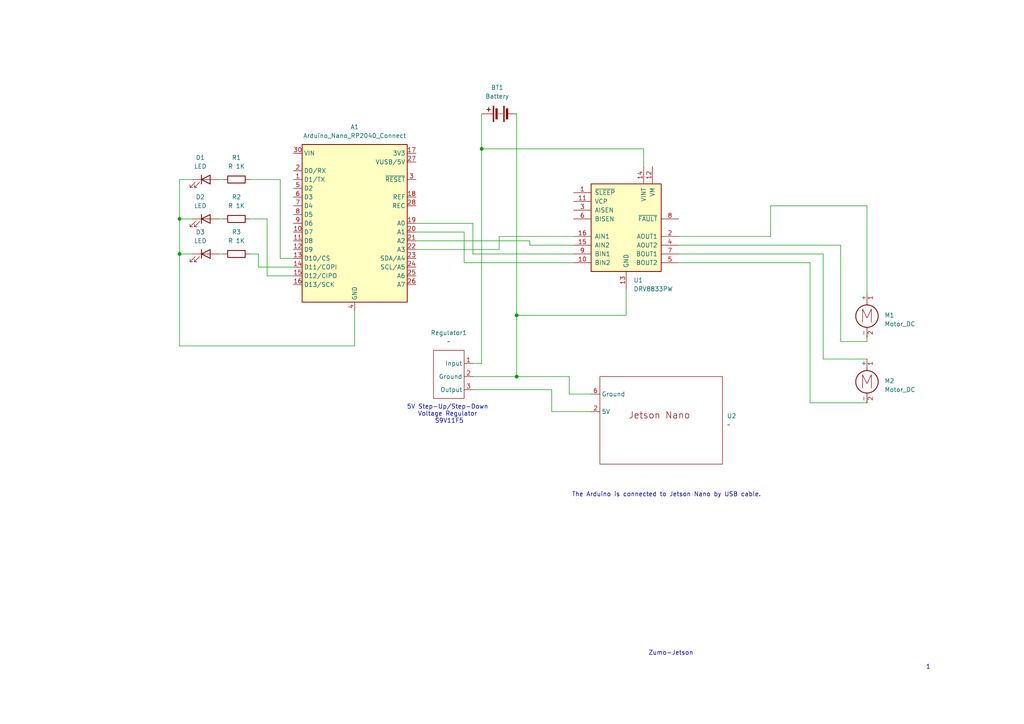
<source format=kicad_sch>
(kicad_sch (version 20250114) (generator "eeschema") (generator_version "9.0")
  (paper "A4")
  (lib_symbols
    (symbol "Device:Battery" (pin_numbers (hide yes)) (pin_names (offset 0) (hide yes))
      (property "Reference" "BT" (at 2.54 2.54 0))
      (property "Value" "Battery" (at 2.54 0 0))
      (symbol "Battery_0_1"
        (rectangle (start -2.286 1.778) (end 2.286 1.524) (fill (type outline)))
        (rectangle (start -2.286 -1.27) (end 2.286 -1.524) (fill (type outline)))
        (rectangle (start -1.524 1.016) (end 1.524 0.508) (fill (type outline)))
        (rectangle (start -1.524 -2.032) (end 1.524 -2.54) (fill (type outline)))
        (polyline (pts (xy 0 1.778) (xy 0 2.54)))
        (polyline (pts (xy 0 0) (xy 0 0.254)))
        (polyline (pts (xy 0 -0.508) (xy 0 -0.254)))
        (polyline (pts (xy 0 -1.016) (xy 0 -0.762)))
        (polyline (pts (xy 0.762 3.048) (xy 1.778 3.048)) (stroke (width 0.254)))
        (polyline (pts (xy 1.27 3.556) (xy 1.27 2.54)) (stroke (width 0.254)))
      )
      (symbol "Battery_1_1"
        (pin passive line (at 0 5.08 270) (length 2.54) (name "+") (number "1"))
        (pin passive line (at 0 -5.08 90) (length 2.54) (name "-") (number "2"))
      )
    )
    (symbol "Device:LED" (pin_numbers (hide yes)) (pin_names (offset 1.016) (hide yes))
      (property "Reference" "D" (at 0 2.54 0))
      (property "Value" "LED" (at 0 -2.54 0))
      (symbol "LED_0_1"
        (polyline (pts (xy -3.048 -0.762) (xy -4.572 -2.286) (xy -3.81 -2.286) (xy -4.572 -2.286) (xy -4.572 -1.524)))
        (polyline (pts (xy -1.778 -0.762) (xy -3.302 -2.286) (xy -2.54 -2.286) (xy -3.302 -2.286) (xy -3.302 -1.524)))
        (polyline (pts (xy -1.27 0) (xy 1.27 0)))
        (polyline (pts (xy -1.27 -1.27) (xy -1.27 1.27)) (stroke (width 0.254)))
        (polyline (pts (xy 1.27 -1.27) (xy 1.27 1.27) (xy -1.27 0) (xy 1.27 -1.27)) (stroke (width 0.254)))
      )
      (symbol "LED_1_1"
        (pin passive line (at -3.81 0 0) (length 2.54) (name "K") (number "1"))
        (pin passive line (at 3.81 0 180) (length 2.54) (name "A") (number "2"))
      )
    )
    (symbol "Device:R" (pin_numbers (hide yes)) (pin_names (offset 0))
      (property "Reference" "R" (at 2.032 0 90))
      (property "Value" "R" (at 0 0 90))
      (symbol "R_0_1"
        (rectangle (start -1.016 -2.54) (end 1.016 2.54) (stroke (width 0.254)))
      )
      (symbol "R_1_1"
        (pin passive line (at 0 3.81 270) (length 1.27) (name "~") (number "1"))
        (pin passive line (at 0 -3.81 90) (length 1.27) (name "~") (number "2"))
      )
    )
    (symbol "Driver_Motor:DRV8833PW" (pin_names (offset 1.016))
      (property "Reference" "U" (at -3.81 16.51 0))
      (property "Value" "DRV8833PW" (at -3.81 13.97 0))
      (symbol "DRV8833PW_0_1"
        (rectangle (start -10.16 12.7) (end 10.16 -12.7) (stroke (width 0.254)) (fill (type background)))
      )
      (symbol "DRV8833PW_1_1"
        (pin input line (at -15.24 10.16 0) (length 5.08) (name "~{SLEEP}") (number "1"))
        (pin bidirectional line (at -15.24 7.62 0) (length 5.08) (name "VCP") (number "11"))
        (pin bidirectional line (at -15.24 5.08 0) (length 5.08) (name "AISEN") (number "3"))
        (pin bidirectional line (at -15.24 2.54 0) (length 5.08) (name "BISEN") (number "6"))
        (pin input line (at -15.24 -2.54 0) (length 5.08) (name "AIN1") (number "16"))
        (pin input line (at -15.24 -5.08 0) (length 5.08) (name "AIN2") (number "15"))
        (pin input line (at -15.24 -7.62 0) (length 5.08) (name "BIN1") (number "9"))
        (pin input line (at -15.24 -10.16 0) (length 5.08) (name "BIN2") (number "10"))
        (pin power_in line (at 0 -17.78 90) (length 5.08) (name "GND") (number "13"))
        (pin power_in line (at 5.08 17.78 270) (length 5.08) (name "VINT") (number "14"))
        (pin power_in line (at 7.62 17.78 270) (length 5.08) (name "VM") (number "12"))
        (pin open_collector line (at 15.24 2.54 180) (length 5.08) (name "~{FAULT}") (number "8"))
        (pin power_out line (at 15.24 -2.54 180) (length 5.08) (name "AOUT1") (number "2"))
        (pin power_out line (at 15.24 -5.08 180) (length 5.08) (name "AOUT2") (number "4"))
        (pin power_out line (at 15.24 -7.62 180) (length 5.08) (name "BOUT1") (number "7"))
        (pin power_out line (at 15.24 -10.16 180) (length 5.08) (name "BOUT2") (number "5"))
      )
    )
    (symbol "MCU_Module:Arduino_Nano_RP2040_Connect"
      (property "Reference" "A" (at -14.986 23.622 0))
      (property "Value" "Arduino_Nano_RP2040_Connect" (at 3.81 -25.654 0))
      (symbol "Arduino_Nano_RP2040_Connect_0_1"
        (rectangle (start -15.24 22.86) (end 15.24 -22.86) (stroke (width 0.254)) (fill (type background)))
      )
      (symbol "Arduino_Nano_RP2040_Connect_1_1"
        (pin power_in line (at -17.78 20.32 0) (length 2.54) (name "VIN") (number "30"))
        (pin bidirectional line (at -17.78 15.24 0) (length 2.54) (name "D0/RX") (number "2"))
        (pin bidirectional line (at -17.78 12.7 0) (length 2.54) (name "D1/TX") (number "1"))
        (pin bidirectional line (at -17.78 10.16 0) (length 2.54) (name "D2") (number "5"))
        (pin bidirectional line (at -17.78 7.62 0) (length 2.54) (name "D3") (number "6"))
        (pin bidirectional line (at -17.78 5.08 0) (length 2.54) (name "D4") (number "7"))
        (pin bidirectional line (at -17.78 2.54 0) (length 2.54) (name "D5") (number "8"))
        (pin bidirectional line (at -17.78 0 0) (length 2.54) (name "D6") (number "9"))
        (pin bidirectional line (at -17.78 -2.54 0) (length 2.54) (name "D7") (number "10"))
        (pin bidirectional line (at -17.78 -5.08 0) (length 2.54) (name "D8") (number "11"))
        (pin bidirectional line (at -17.78 -7.62 0) (length 2.54) (name "D9") (number "12"))
        (pin bidirectional line (at -17.78 -10.16 0) (length 2.54) (name "D10/CS") (number "13"))
        (pin bidirectional line (at -17.78 -12.7 0) (length 2.54) (name "D11/COPI") (number "14"))
        (pin bidirectional line (at -17.78 -15.24 0) (length 2.54) (name "D12/CIPO") (number "15"))
        (pin bidirectional line (at -17.78 -17.78 0) (length 2.54) (name "D13/SCK") (number "16"))
        (pin passive line (at 0 -25.4 90) (length 2.54) (hide yes) (name "GND") (number "29"))
        (pin power_in line (at 0 -25.4 90) (length 2.54) (name "GND") (number "4"))
        (pin power_out line (at 17.78 20.32 180) (length 2.54) (name "3V3") (number "17"))
        (pin power_out line (at 17.78 17.78 180) (length 2.54) (name "VUSB/5V") (number "27"))
        (pin input line (at 17.78 12.7 180) (length 2.54) (name "~{RESET}") (number "3"))
        (pin passive line (at 17.78 7.62 180) (length 2.54) (name "REF") (number "18"))
        (pin input line (at 17.78 5.08 180) (length 2.54) (name "REC") (number "28"))
        (pin bidirectional line (at 17.78 0 180) (length 2.54) (name "A0") (number "19"))
        (pin bidirectional line (at 17.78 -2.54 180) (length 2.54) (name "A1") (number "20"))
        (pin bidirectional line (at 17.78 -5.08 180) (length 2.54) (name "A2") (number "21"))
        (pin bidirectional line (at 17.78 -7.62 180) (length 2.54) (name "A3") (number "22"))
        (pin bidirectional line (at 17.78 -10.16 180) (length 2.54) (name "SDA/A4") (number "23"))
        (pin bidirectional line (at 17.78 -12.7 180) (length 2.54) (name "SCL/A5") (number "24"))
        (pin bidirectional line (at 17.78 -15.24 180) (length 2.54) (name "A6") (number "25"))
        (pin bidirectional line (at 17.78 -17.78 180) (length 2.54) (name "A7") (number "26"))
      )
    )
    (symbol "Motor:Motor_DC" (pin_names (offset 0))
      (property "Reference" "M" (at 2.54 2.54 0))
      (property "Value" "Motor_DC" (at 2.54 -5.08 0))
      (symbol "Motor_DC_0_0"
        (polyline (pts (xy -1.27 -3.302) (xy -1.27 0.508) (xy 0 -2.032) (xy 1.27 0.508) (xy 1.27 -3.302)))
      )
      (symbol "Motor_DC_0_1"
        (polyline (pts (xy 0 2.032) (xy 0 2.54)))
        (polyline (pts (xy 0 1.7272) (xy 0 2.0828)))
        (circle (center 0 -1.524) (radius 3.2512) (stroke (width 0.254)))
        (polyline (pts (xy 0 -4.7752) (xy 0 -5.1816)))
        (polyline (pts (xy 0 -7.62) (xy 0 -7.112)))
      )
      (symbol "Motor_DC_1_1"
        (pin passive line (at 0 5.08 270) (length 2.54) (name "+") (number "1"))
        (pin passive line (at 0 -7.62 90) (length 2.54) (name "-") (number "2"))
      )
    )
    (symbol "New_Library:Jetson_Nano"
      (property "Reference" "U" (at 0 0 0))
      (symbol "Jetson_Nano_0_1"
        (rectangle (start -17.78 15.24) (end 17.78 -10.16))
      )
      (symbol "Jetson_Nano_1_1"
        (text "Jetson Nano" (at -0.508 4.064 0) (effects (font (size 1.905 1.905))))
        (pin input line (at -20.32 10.16 0) (length 2.54) (name "Ground") (number "6"))
        (pin input line (at -20.32 5.08 0) (length 2.54) (name "5V") (number "2"))
      )
    )
    (symbol "New_Library:Regulator_3_Pin"
      (property "Reference" "Regulator" (at -1.778 3.81 0))
      (symbol "Regulator_3_Pin_0_1"
        (rectangle (start -6.35 5.08) (end 2.54 -8.89))
      )
      (symbol "Regulator_3_Pin_1_1"
        (pin input line (at 5.08 1.27 180) (length 2.54) (name "Input") (number "1"))
        (pin input line (at 5.08 -2.54 180) (length 2.54) (name "Ground") (number "2"))
        (pin output line (at 5.08 -6.35 180) (length 2.54) (name "Output") (number "3"))
      )
    )
  )
  (text "Zumo-Jetson " (at 195.072 189.484 0) (effects (font (size 1.27 1.27))))
  (text "The Arduino is connected to Jetson Nano by USB cable." (at 193.294 143.51 0) (effects (font (size 1.27 1.27))))
  (text "1\n" (at 269.24 193.548 0) (effects (font (size 1.27 1.27))))
  (text "5V Step-Up/Step-Down \nVoltage Regulator \nS9V11F5" (at 130.302 120.142 0) (effects (font (size 1.27 1.27))))
  (junction (at 52.07 63.5))
  (junction (at 52.07 73.66))
  (junction (at 149.86 91.44))
  (junction (at 149.86 109.22))
  (junction (at 139.7 43.18))
  (wire (pts (xy 251.46 59.69) (xy 251.46 85.09)))
  (wire (pts (xy 63.5 63.5) (xy 64.77 63.5)))
  (wire (pts (xy 139.7 105.41) (xy 137.16 105.41)))
  (wire (pts (xy 238.76 104.14) (xy 251.46 104.14)))
  (wire (pts (xy 137.16 64.77) (xy 137.16 73.66)))
  (wire (pts (xy 120.65 64.77) (xy 137.16 64.77)))
  (wire (pts (xy 137.16 109.22) (xy 149.86 109.22)))
  (wire (pts (xy 72.39 63.5) (xy 77.47 63.5)))
  (wire (pts (xy 181.61 83.82) (xy 181.61 91.44)))
  (wire (pts (xy 102.87 90.17) (xy 102.87 100.33)))
  (wire (pts (xy 166.37 76.2) (xy 134.62 76.2)))
  (wire (pts (xy 149.86 91.44) (xy 181.61 91.44)))
  (wire (pts (xy 85.09 77.47) (xy 74.93 77.47)))
  (wire (pts (xy 238.76 73.66) (xy 238.76 104.14)))
  (wire (pts (xy 196.85 73.66) (xy 238.76 73.66)))
  (wire (pts (xy 85.09 80.01) (xy 77.47 80.01)))
  (wire (pts (xy 153.67 69.85) (xy 153.67 71.12)))
  (wire (pts (xy 139.7 43.18) (xy 139.7 105.41)))
  (wire (pts (xy 144.78 72.39) (xy 144.78 68.58)))
  (wire (pts (xy 74.93 77.47) (xy 74.93 73.66)))
  (wire (pts (xy 137.16 73.66) (xy 166.37 73.66)))
  (wire (pts (xy 251.46 99.06) (xy 251.46 97.79)))
  (wire (pts (xy 55.88 63.5) (xy 52.07 63.5)))
  (wire (pts (xy 165.1 114.3) (xy 171.45 114.3)))
  (wire (pts (xy 52.07 100.33) (xy 102.87 100.33)))
  (wire (pts (xy 52.07 52.07) (xy 52.07 63.5)))
  (wire (pts (xy 85.09 74.93) (xy 81.28 74.93)))
  (wire (pts (xy 72.39 52.07) (xy 81.28 52.07)))
  (wire (pts (xy 196.85 76.2) (xy 234.95 76.2)))
  (wire (pts (xy 223.52 59.69) (xy 223.52 68.58)))
  (wire (pts (xy 160.02 119.38) (xy 171.45 119.38)))
  (wire (pts (xy 72.39 73.66) (xy 74.93 73.66)))
  (wire (pts (xy 144.78 68.58) (xy 166.37 68.58)))
  (wire (pts (xy 234.95 116.84) (xy 251.46 116.84)))
  (wire (pts (xy 52.07 73.66) (xy 52.07 100.33)))
  (wire (pts (xy 52.07 63.5) (xy 52.07 73.66)))
  (wire (pts (xy 63.5 52.07) (xy 64.77 52.07)))
  (wire (pts (xy 120.65 69.85) (xy 153.67 69.85)))
  (wire (pts (xy 186.69 43.18) (xy 186.69 48.26)))
  (wire (pts (xy 137.16 113.03) (xy 160.02 113.03)))
  (wire (pts (xy 234.95 76.2) (xy 234.95 116.84)))
  (wire (pts (xy 120.65 72.39) (xy 144.78 72.39)))
  (wire (pts (xy 55.88 52.07) (xy 52.07 52.07)))
  (wire (pts (xy 55.88 73.66) (xy 52.07 73.66)))
  (wire (pts (xy 153.67 71.12) (xy 166.37 71.12)))
  (wire (pts (xy 223.52 68.58) (xy 196.85 68.58)))
  (wire (pts (xy 139.7 43.18) (xy 186.69 43.18)))
  (wire (pts (xy 139.7 33.02) (xy 139.7 43.18)))
  (wire (pts (xy 63.5 73.66) (xy 64.77 73.66)))
  (wire (pts (xy 134.62 76.2) (xy 134.62 67.31)))
  (wire (pts (xy 223.52 59.69) (xy 251.46 59.69)))
  (wire (pts (xy 243.84 71.12) (xy 243.84 99.06)))
  (wire (pts (xy 149.86 91.44) (xy 149.86 109.22)))
  (wire (pts (xy 165.1 114.3) (xy 165.1 109.22)))
  (wire (pts (xy 149.86 33.02) (xy 149.86 91.44)))
  (wire (pts (xy 243.84 99.06) (xy 251.46 99.06)))
  (wire (pts (xy 196.85 71.12) (xy 243.84 71.12)))
  (wire (pts (xy 149.86 109.22) (xy 165.1 109.22)))
  (wire (pts (xy 120.65 67.31) (xy 134.62 67.31)))
  (wire (pts (xy 160.02 113.03) (xy 160.02 119.38)))
  (wire (pts (xy 81.28 74.93) (xy 81.28 52.07)))
  (wire (pts (xy 77.47 80.01) (xy 77.47 63.5)))
  (symbol (lib_id "Device:R") (at 68.58 73.66 270) (unit 1)
    (property "Reference" "R3" (at 68.58 67.31 90))
    (property "Value" "R 1K" (at 68.58 69.85 90))
    (property "Description" "Resistor" (effects (hide yes)))
  )
  (symbol (lib_id "Device:LED") (at 59.69 52.07 0) (unit 1)
    (property "Reference" "D1" (at 58.1025 45.72 0))
    (property "Value" "LED" (at 58.1025 48.26 0))
    (property "Description" "Light emitting diode" (effects (hide yes)))
    (property "Sim.Pins" "1=K 2=A" (effects (hide yes)))
  )
  (symbol (lib_id "New_Library:Jetson_Nano") (at 191.77 124.46 0) (unit 1)
    (property "Reference" "U2" (at 210.82 120.6499 0) (effects (justify left)))
    (property "Value" "~" (at 210.82 123.1899 0) (effects (justify left)))
  )
  (symbol (lib_id "Device:R") (at 68.58 63.5 270) (unit 1)
    (property "Reference" "R2" (at 68.58 57.15 90))
    (property "Value" "R 1K" (at 68.58 59.69 90))
    (property "Description" "Resistor" (effects (hide yes)))
  )
  (symbol (lib_id "New_Library:Regulator_3_Pin") (at 132.08 106.68 0) (unit 1)
    (property "Reference" "Regulator1" (at 130.175 96.52 0))
    (property "Value" "~" (at 130.175 99.06 0))
  )
  (symbol (lib_id "Device:R") (at 68.58 52.07 270) (unit 1)
    (property "Reference" "R1" (at 68.58 45.72 90))
    (property "Value" "R 1K" (at 68.58 48.26 90))
    (property "Description" "Resistor" (effects (hide yes)))
  )
  (symbol (lib_id "Device:Battery") (at 144.78 33.02 90) (unit 1)
    (property "Reference" "BT1" (at 144.2085 25.4 90))
    (property "Value" "Battery" (at 144.2085 27.94 90))
    (property "Description" "Multiple-cell battery" (effects (hide yes)))
  )
  (symbol (lib_id "Driver_Motor:DRV8833PW") (at 181.61 66.04 0) (unit 1)
    (property "Reference" "U1" (at 183.7533 81.28 0) (effects (justify left)))
    (property "Value" "DRV8833PW" (at 183.7533 83.82 0) (effects (justify left)))
    (property "Footprint" "Package_SO:TSSOP-16_4.4x5mm_P0.65mm" (effects (hide yes)))
    (property "Datasheet" "http://www.ti.com/lit/ds/symlink/drv8833.pdf" (effects (hide yes)))
    (property "Description" "Dual H-Bridge Motor Driver, TSSOP-16" (effects (hide yes)))
  )
  (symbol (lib_id "MCU_Module:Arduino_Nano_RP2040_Connect") (at 102.87 64.77 0) (unit 1)
    (property "Reference" "A1" (at 102.87 36.83 0))
    (property "Value" "Arduino_Nano_RP2040_Connect" (at 102.87 39.37 0))
    (property "Footprint" "Module:Arduino_Nano" (effects (hide yes)))
    (property "Datasheet" "https://docs.arduino.cc/resources/datasheets/ABX00053-datasheet.pdf" (effects (hide yes)))
    (property "Description" "Arduino Nano board based on the RP2040 microcontroller with a dual-core 133 MHz ARM Cortex-M0+ processor, 264 kB SRAM, and up to 16 MB flash memory. Operates at 3.3V, with 5V Micro USB input and 4-20V VIN. Features Wi-Fi®, Bluetooth® LE, digital and analog pins, and supports SPI, I2C, UART, and PIO. Includes a 6-axis IMU, RGB LED, microphone, and cryptographic chip for secure communication." (effects (hide yes)))
  )
  (symbol (lib_id "Device:LED") (at 59.69 63.5 0) (unit 1)
    (property "Reference" "D2" (at 58.1025 57.15 0))
    (property "Value" "LED" (at 58.1025 59.69 0))
    (property "Description" "Light emitting diode" (effects (hide yes)))
    (property "Sim.Pins" "1=K 2=A" (effects (hide yes)))
  )
  (symbol (lib_id "Device:LED") (at 59.69 73.66 0) (unit 1)
    (property "Reference" "D3" (at 58.1025 67.31 0))
    (property "Value" "LED" (at 58.1025 69.85 0))
    (property "Description" "Light emitting diode" (effects (hide yes)))
    (property "Sim.Pins" "1=K 2=A" (effects (hide yes)))
  )
  (symbol (lib_id "Motor:Motor_DC") (at 251.46 90.17 0) (unit 1)
    (property "Reference" "M1" (at 256.54 91.4399 0) (effects (justify left)))
    (property "Value" "Motor_DC" (at 256.54 93.9799 0) (effects (justify left)))
    (property "Description" "DC Motor" (effects (hide yes)))
  )
  (symbol (lib_id "Motor:Motor_DC") (at 251.46 109.22 0) (unit 1)
    (property "Reference" "M2" (at 256.54 110.4899 0) (effects (justify left)))
    (property "Value" "Motor_DC" (at 256.54 113.0299 0) (effects (justify left)))
    (property "Description" "DC Motor" (effects (hide yes)))
  )
)
</source>
